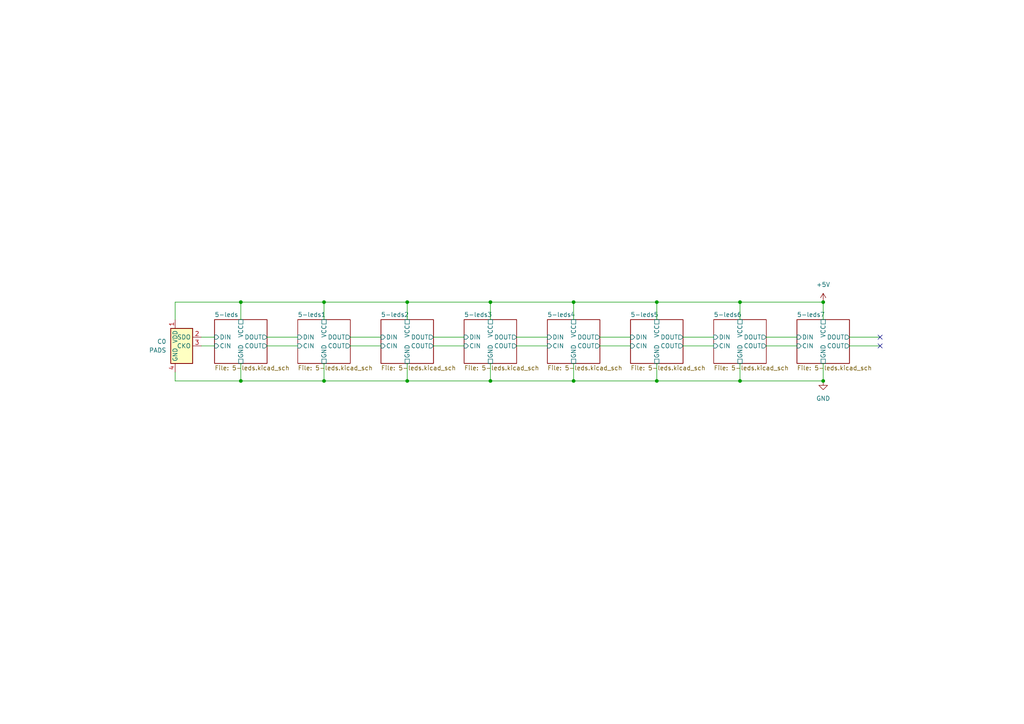
<source format=kicad_sch>
(kicad_sch (version 20230121) (generator eeschema)
  (paper "A4")
  (lib_symbols
    (symbol "power:+5V" (power) (pin_names (offset 0))
      (property "Value" "+5V" (at 0 3.556 0))
      (symbol "+5V_0_1"
        (polyline (pts (xy -0.762 1.27) (xy 0 2.54)))
        (polyline (pts (xy 0 0) (xy 0 2.54)))
        (polyline (pts (xy 0 2.54) (xy 0.762 1.27)))
      )
      (symbol "+5V_1_1"
        (pin power_in line (at 0 0 90) (length 0) hide (name "+5V") (number "1"))
      )
    )
    (symbol "power:GND" (power) (pin_names (offset 0))
      (property "Value" "GND" (at 0 -3.81 0))
      (symbol "GND_0_1"
        (polyline (pts (xy 0 0) (xy 0 -1.27) (xy 1.27 -1.27) (xy 0 -2.54) (xy -1.27 -1.27) (xy 0 -1.27)))
      )
      (symbol "GND_1_1"
        (pin power_in line (at 0 0 270) (length 0) hide (name "GND") (number "1"))
      )
    )
    (symbol "project:LED_PADS" (in_bom no)
      (property "Reference" "C" (at 5.08 5.715 0))
      (property "Value" "PADS" (at 1.27 -5.715 0))
      (symbol "LED_PADS_0_1"
        (rectangle (start -1.27 5.08) (end 5.08 -5.08) (stroke (width 0.254)) (fill (type background)))
      )
      (symbol "LED_PADS_1_1"
        (pin passive line (at 0 7.62 270) (length 2.54) (name "VDD") (number "1"))
        (pin passive line (at 7.62 2.54 180) (length 2.54) (name "SDO") (number "2"))
        (pin passive line (at 7.62 0 180) (length 2.54) (name "CKO") (number "3"))
        (pin passive line (at 0 -7.62 90) (length 2.54) (name "GND") (number "4"))
      )
    )
  )
  (junction (at 238.76 110.49))
  (junction (at 118.11 87.63))
  (junction (at 142.24 110.49))
  (junction (at 190.5 110.49))
  (junction (at 69.85 87.63))
  (junction (at 166.37 110.49))
  (junction (at 214.63 87.63))
  (junction (at 93.98 110.49))
  (junction (at 166.37 87.63))
  (junction (at 190.5 87.63))
  (junction (at 238.76 87.63))
  (junction (at 142.24 87.63))
  (junction (at 214.63 110.49))
  (junction (at 93.98 87.63))
  (junction (at 118.11 110.49))
  (junction (at 69.85 110.49))
  (no_connect (at 255.27 97.79))
  (no_connect (at 255.27 100.33))
  (wire (pts (xy 58.42 97.79) (xy 62.23 97.79)))
  (wire (pts (xy 101.6 100.33) (xy 110.49 100.33)))
  (wire (pts (xy 125.73 97.79) (xy 134.62 97.79)))
  (wire (pts (xy 69.85 110.49) (xy 93.98 110.49)))
  (wire (pts (xy 173.99 97.79) (xy 182.88 97.79)))
  (wire (pts (xy 173.99 100.33) (xy 182.88 100.33)))
  (wire (pts (xy 214.63 87.63) (xy 238.76 87.63)))
  (wire (pts (xy 198.12 97.79) (xy 207.01 97.79)))
  (wire (pts (xy 118.11 87.63) (xy 118.11 92.71)))
  (wire (pts (xy 125.73 100.33) (xy 134.62 100.33)))
  (wire (pts (xy 142.24 110.49) (xy 166.37 110.49)))
  (wire (pts (xy 118.11 87.63) (xy 142.24 87.63)))
  (wire (pts (xy 190.5 87.63) (xy 214.63 87.63)))
  (wire (pts (xy 69.85 105.41) (xy 69.85 110.49)))
  (wire (pts (xy 50.8 92.71) (xy 50.8 87.63)))
  (wire (pts (xy 214.63 105.41) (xy 214.63 110.49)))
  (wire (pts (xy 214.63 110.49) (xy 238.76 110.49)))
  (wire (pts (xy 93.98 87.63) (xy 93.98 92.71)))
  (wire (pts (xy 214.63 87.63) (xy 214.63 92.71)))
  (wire (pts (xy 166.37 87.63) (xy 190.5 87.63)))
  (wire (pts (xy 166.37 87.63) (xy 166.37 92.71)))
  (wire (pts (xy 222.25 100.33) (xy 231.14 100.33)))
  (wire (pts (xy 190.5 110.49) (xy 214.63 110.49)))
  (wire (pts (xy 166.37 105.41) (xy 166.37 110.49)))
  (wire (pts (xy 93.98 105.41) (xy 93.98 110.49)))
  (wire (pts (xy 149.86 97.79) (xy 158.75 97.79)))
  (wire (pts (xy 166.37 110.49) (xy 190.5 110.49)))
  (wire (pts (xy 190.5 105.41) (xy 190.5 110.49)))
  (wire (pts (xy 69.85 87.63) (xy 93.98 87.63)))
  (wire (pts (xy 198.12 100.33) (xy 207.01 100.33)))
  (wire (pts (xy 238.76 105.41) (xy 238.76 110.49)))
  (wire (pts (xy 69.85 87.63) (xy 69.85 92.71)))
  (wire (pts (xy 238.76 87.63) (xy 238.76 92.71)))
  (wire (pts (xy 58.42 100.33) (xy 62.23 100.33)))
  (wire (pts (xy 50.8 107.95) (xy 50.8 110.49)))
  (wire (pts (xy 93.98 87.63) (xy 118.11 87.63)))
  (wire (pts (xy 142.24 105.41) (xy 142.24 110.49)))
  (wire (pts (xy 149.86 100.33) (xy 158.75 100.33)))
  (wire (pts (xy 50.8 87.63) (xy 69.85 87.63)))
  (wire (pts (xy 118.11 110.49) (xy 142.24 110.49)))
  (wire (pts (xy 50.8 110.49) (xy 69.85 110.49)))
  (wire (pts (xy 77.47 97.79) (xy 86.36 97.79)))
  (wire (pts (xy 246.38 97.79) (xy 255.27 97.79)))
  (wire (pts (xy 93.98 110.49) (xy 118.11 110.49)))
  (wire (pts (xy 222.25 97.79) (xy 231.14 97.79)))
  (wire (pts (xy 77.47 100.33) (xy 86.36 100.33)))
  (wire (pts (xy 101.6 97.79) (xy 110.49 97.79)))
  (wire (pts (xy 118.11 105.41) (xy 118.11 110.49)))
  (wire (pts (xy 190.5 87.63) (xy 190.5 92.71)))
  (wire (pts (xy 142.24 87.63) (xy 166.37 87.63)))
  (wire (pts (xy 142.24 87.63) (xy 142.24 92.71)))
  (wire (pts (xy 246.38 100.33) (xy 255.27 100.33)))
  (symbol (lib_id "project:LED_PADS") (at 50.8 100.33 0) (unit 1) (in_bom no)
    (property "Reference" "C0" (at 48.26 99.06 0) (effects (justify right)))
    (property "Value" "PADS" (at 48.26 101.6 0) (effects (justify right)))
    (property "Footprint" "project:LED-pads" (effects hide))
  )
  (symbol (lib_id "power:GND") (at 238.76 110.49 0) (unit 1)
    (property "Reference" "#PWR02" (effects hide))
    (property "Value" "GND" (at 238.76 115.57 0))
  )
  (symbol (lib_id "power:+5V") (at 238.76 87.63 0) (unit 1)
    (property "Reference" "#PWR01" (effects hide))
    (property "Value" "+5V" (at 238.76 82.55 0))
  )
  (sheet (at 134.62 92.71) (size 15.24 12.7) (stroke (width 0.1524))
    (property "Sheetname" "5-leds3" (at 134.62 91.9984 0) (effects (justify left bottom)))
    (property "Sheetfile" "5-leds.kicad_sch" (at 134.62 105.9946 0) (effects (justify left top)))
    (pin "VCC" passive (at 142.24 92.71 90))
    (pin "GND" passive (at 142.24 105.41 270))
    (pin "DIN" input (at 134.62 97.79 180))
    (pin "CIN" input (at 134.62 100.33 180))
    (pin "DOUT" output (at 149.86 97.79 0))
    (pin "COUT" output (at 149.86 100.33 0))
  )
  (sheet (at 62.23 92.71) (size 15.24 12.7) (stroke (width 0.1524))
    (property "Sheetname" "5-leds" (at 62.23 91.9984 0) (effects (justify left bottom)))
    (property "Sheetfile" "5-leds.kicad_sch" (at 62.23 105.9946 0) (effects (justify left top)))
    (pin "VCC" passive (at 69.85 92.71 90))
    (pin "GND" passive (at 69.85 105.41 270))
    (pin "DIN" input (at 62.23 97.79 180))
    (pin "CIN" input (at 62.23 100.33 180))
    (pin "DOUT" output (at 77.47 97.79 0))
    (pin "COUT" output (at 77.47 100.33 0))
  )
  (sheet (at 231.14 92.71) (size 15.24 12.7) (stroke (width 0.1524))
    (property "Sheetname" "5-leds7" (at 231.14 91.9984 0) (effects (justify left bottom)))
    (property "Sheetfile" "5-leds.kicad_sch" (at 231.14 105.9946 0) (effects (justify left top)))
    (pin "VCC" passive (at 238.76 92.71 90))
    (pin "GND" passive (at 238.76 105.41 270))
    (pin "DIN" input (at 231.14 97.79 180))
    (pin "CIN" input (at 231.14 100.33 180))
    (pin "DOUT" output (at 246.38 97.79 0))
    (pin "COUT" output (at 246.38 100.33 0))
  )
  (sheet (at 207.01 92.71) (size 15.24 12.7) (stroke (width 0.1524))
    (property "Sheetname" "5-leds6" (at 207.01 91.9984 0) (effects (justify left bottom)))
    (property "Sheetfile" "5-leds.kicad_sch" (at 207.01 105.9946 0) (effects (justify left top)))
    (pin "VCC" passive (at 214.63 92.71 90))
    (pin "GND" passive (at 214.63 105.41 270))
    (pin "DIN" input (at 207.01 97.79 180))
    (pin "CIN" input (at 207.01 100.33 180))
    (pin "DOUT" output (at 222.25 97.79 0))
    (pin "COUT" output (at 222.25 100.33 0))
  )
  (sheet (at 86.36 92.71) (size 15.24 12.7) (stroke (width 0.1524))
    (property "Sheetname" "5-leds1" (at 86.36 91.9984 0) (effects (justify left bottom)))
    (property "Sheetfile" "5-leds.kicad_sch" (at 86.36 105.9946 0) (effects (justify left top)))
    (pin "VCC" passive (at 93.98 92.71 90))
    (pin "GND" passive (at 93.98 105.41 270))
    (pin "DIN" input (at 86.36 97.79 180))
    (pin "CIN" input (at 86.36 100.33 180))
    (pin "DOUT" output (at 101.6 97.79 0))
    (pin "COUT" output (at 101.6 100.33 0))
  )
  (sheet (at 158.75 92.71) (size 15.24 12.7) (stroke (width 0.1524))
    (property "Sheetname" "5-leds4" (at 158.75 91.9984 0) (effects (justify left bottom)))
    (property "Sheetfile" "5-leds.kicad_sch" (at 158.75 105.9946 0) (effects (justify left top)))
    (pin "VCC" passive (at 166.37 92.71 90))
    (pin "GND" passive (at 166.37 105.41 270))
    (pin "DIN" input (at 158.75 97.79 180))
    (pin "CIN" input (at 158.75 100.33 180))
    (pin "DOUT" output (at 173.99 97.79 0))
    (pin "COUT" output (at 173.99 100.33 0))
  )
  (sheet (at 110.49 92.71) (size 15.24 12.7) (stroke (width 0.1524))
    (property "Sheetname" "5-leds2" (at 110.49 91.9984 0) (effects (justify left bottom)))
    (property "Sheetfile" "5-leds.kicad_sch" (at 110.49 105.9946 0) (effects (justify left top)))
    (pin "VCC" passive (at 118.11 92.71 90))
    (pin "GND" passive (at 118.11 105.41 270))
    (pin "DIN" input (at 110.49 97.79 180))
    (pin "CIN" input (at 110.49 100.33 180))
    (pin "DOUT" output (at 125.73 97.79 0))
    (pin "COUT" output (at 125.73 100.33 0))
  )
  (sheet (at 182.88 92.71) (size 15.24 12.7) (stroke (width 0.1524))
    (property "Sheetname" "5-leds5" (at 182.88 91.9984 0) (effects (justify left bottom)))
    (property "Sheetfile" "5-leds.kicad_sch" (at 182.88 105.9946 0) (effects (justify left top)))
    (pin "VCC" passive (at 190.5 92.71 90))
    (pin "GND" passive (at 190.5 105.41 270))
    (pin "DIN" input (at 182.88 97.79 180))
    (pin "CIN" input (at 182.88 100.33 180))
    (pin "DOUT" output (at 198.12 97.79 0))
    (pin "COUT" output (at 198.12 100.33 0))
  )
)
</source>
